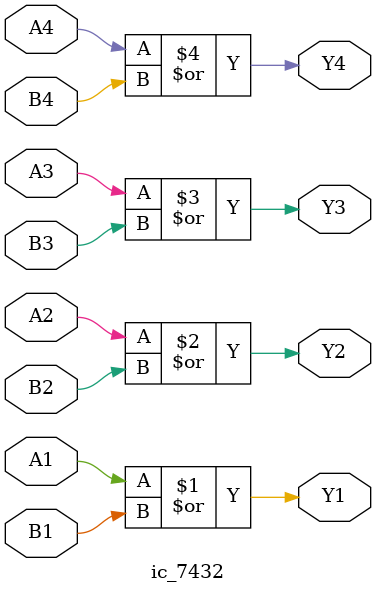
<source format=v>

module ic_7432(
    Y1, A1, B1,
    Y2, A2, B2,
    Y3, A3, B3,
    Y4, A4, B4);
    output Y1, Y2, Y3, Y4;
    input A1, B1, A2, B2, A3, B3, A4, B4;

    assign Y1 = (A1 | B1); 
    assign Y2 = (A2 | B2); 
    assign Y3 = (A3 | B3); 
    assign Y4 = (A4 | B4); 

endmodule

</source>
